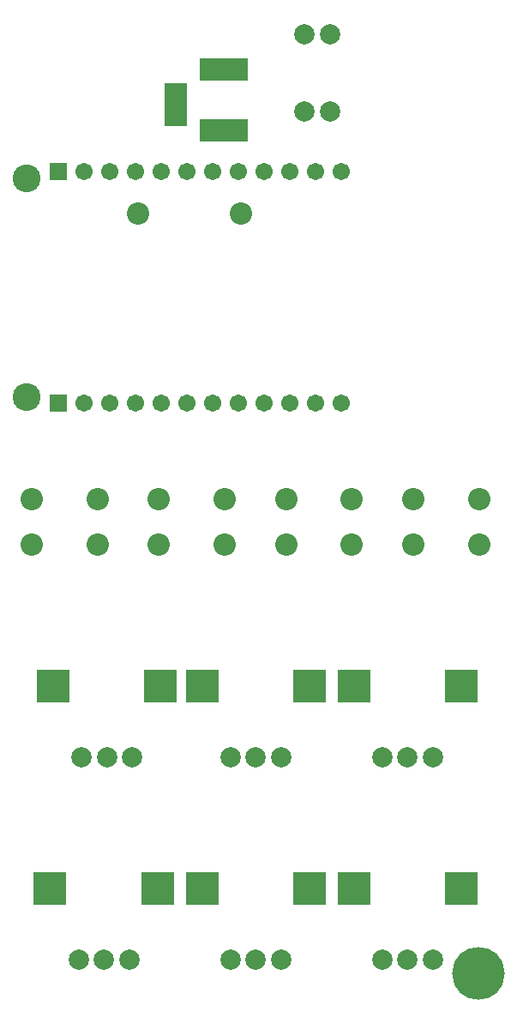
<source format=gbs>
G04*
G04 #@! TF.GenerationSoftware,Altium Limited,Altium Designer,19.0.10 (269)*
G04*
G04 Layer_Color=16711935*
%FSLAX25Y25*%
%MOIN*%
G70*
G01*
G75*
%ADD35C,0.08674*%
%ADD36C,0.20485*%
%ADD37R,0.18517X0.08674*%
%ADD38R,0.08674X0.16548*%
%ADD39C,0.10800*%
%ADD40C,0.06706*%
%ADD41R,0.06706X0.06706*%
%ADD42R,0.12611X0.12611*%
%ADD43C,0.07887*%
%ADD44C,0.07887*%
D35*
X-265Y158309D02*
D03*
Y176026D02*
D03*
X25325D02*
D03*
Y158309D02*
D03*
X74759D02*
D03*
Y176026D02*
D03*
X49168D02*
D03*
Y158309D02*
D03*
X148035D02*
D03*
Y176026D02*
D03*
X173625D02*
D03*
Y158309D02*
D03*
X124192D02*
D03*
Y176026D02*
D03*
X98601D02*
D03*
Y158309D02*
D03*
X41225Y286792D02*
D03*
X81225D02*
D03*
D36*
X173300Y-8400D02*
D03*
D37*
X74525Y319270D02*
D03*
Y342892D02*
D03*
D38*
X55628Y329113D02*
D03*
D39*
X-2400Y300700D02*
D03*
Y215700D02*
D03*
D40*
X120100Y213200D02*
D03*
X110100D02*
D03*
X100100D02*
D03*
X90100D02*
D03*
X80100D02*
D03*
X70100D02*
D03*
X60100D02*
D03*
X50100D02*
D03*
X40100D02*
D03*
X30100D02*
D03*
X20100D02*
D03*
X120100Y303200D02*
D03*
X110100D02*
D03*
X100100D02*
D03*
X90100D02*
D03*
X80100D02*
D03*
X70100D02*
D03*
X60100D02*
D03*
X50100D02*
D03*
X40100D02*
D03*
X30100D02*
D03*
X20100D02*
D03*
D41*
X10100Y213200D02*
D03*
Y303200D02*
D03*
D42*
X107691Y103191D02*
D03*
X65959Y103191D02*
D03*
X166746Y103191D02*
D03*
X125014Y103191D02*
D03*
X49873Y103191D02*
D03*
X8141Y103191D02*
D03*
X166746Y24451D02*
D03*
X125014Y24451D02*
D03*
X48636Y24451D02*
D03*
X6904Y24451D02*
D03*
X65959D02*
D03*
X107691Y24451D02*
D03*
D43*
X76983Y75632D02*
D03*
X86825D02*
D03*
X96668D02*
D03*
X136038D02*
D03*
X145880D02*
D03*
X155723D02*
D03*
X19165D02*
D03*
X29007D02*
D03*
X38850D02*
D03*
X136038Y-3108D02*
D03*
X145880D02*
D03*
X155723D02*
D03*
X17928D02*
D03*
X27770D02*
D03*
X37613D02*
D03*
X96668D02*
D03*
X86825D02*
D03*
X76983D02*
D03*
D44*
X115625Y356392D02*
D03*
X105625D02*
D03*
X115625Y326392D02*
D03*
X105625D02*
D03*
M02*

</source>
